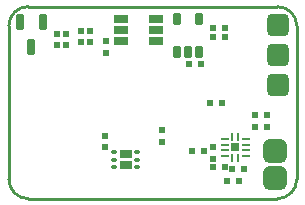
<source format=gbp>
G04*
G04 #@! TF.GenerationSoftware,Altium Limited,Altium Designer,21.3.2 (30)*
G04*
G04 Layer_Color=128*
%FSLAX25Y25*%
%MOIN*%
G70*
G04*
G04 #@! TF.SameCoordinates,A34A3340-7ABE-472C-AE94-605A2DEBF9E2*
G04*
G04*
G04 #@! TF.FilePolarity,Positive*
G04*
G01*
G75*
%ADD12C,0.01000*%
%ADD23R,0.02362X0.02362*%
%ADD24R,0.02756X0.02756*%
%ADD27R,0.02362X0.02362*%
%ADD31R,0.01968X0.02362*%
G04:AMPARAMS|DCode=57|XSize=23.62mil|YSize=39.37mil|CornerRadius=2.01mil|HoleSize=0mil|Usage=FLASHONLY|Rotation=0.000|XOffset=0mil|YOffset=0mil|HoleType=Round|Shape=RoundedRectangle|*
%AMROUNDEDRECTD57*
21,1,0.02362,0.03535,0,0,0.0*
21,1,0.01961,0.03937,0,0,0.0*
1,1,0.00402,0.00980,-0.01768*
1,1,0.00402,-0.00980,-0.01768*
1,1,0.00402,-0.00980,0.01768*
1,1,0.00402,0.00980,0.01768*
%
%ADD57ROUNDEDRECTD57*%
G04:AMPARAMS|DCode=58|XSize=75mil|YSize=75mil|CornerRadius=18.75mil|HoleSize=0mil|Usage=FLASHONLY|Rotation=270.000|XOffset=0mil|YOffset=0mil|HoleType=Round|Shape=RoundedRectangle|*
%AMROUNDEDRECTD58*
21,1,0.07500,0.03750,0,0,270.0*
21,1,0.03750,0.07500,0,0,270.0*
1,1,0.03750,-0.01875,-0.01875*
1,1,0.03750,-0.01875,0.01875*
1,1,0.03750,0.01875,0.01875*
1,1,0.03750,0.01875,-0.01875*
%
%ADD58ROUNDEDRECTD58*%
G04:AMPARAMS|DCode=59|XSize=78.74mil|YSize=78.74mil|CornerRadius=19.68mil|HoleSize=0mil|Usage=FLASHONLY|Rotation=180.000|XOffset=0mil|YOffset=0mil|HoleType=Round|Shape=RoundedRectangle|*
%AMROUNDEDRECTD59*
21,1,0.07874,0.03937,0,0,180.0*
21,1,0.03937,0.07874,0,0,180.0*
1,1,0.03937,-0.01968,0.01968*
1,1,0.03937,0.01968,0.01968*
1,1,0.03937,0.01968,-0.01968*
1,1,0.03937,-0.01968,-0.01968*
%
%ADD59ROUNDEDRECTD59*%
%ADD60R,0.02362X0.01968*%
%ADD61R,0.00984X0.02756*%
%ADD62R,0.02756X0.00984*%
G04:AMPARAMS|DCode=63|XSize=17.72mil|YSize=11.81mil|CornerRadius=1.95mil|HoleSize=0mil|Usage=FLASHONLY|Rotation=180.000|XOffset=0mil|YOffset=0mil|HoleType=Round|Shape=RoundedRectangle|*
%AMROUNDEDRECTD63*
21,1,0.01772,0.00791,0,0,180.0*
21,1,0.01382,0.01181,0,0,180.0*
1,1,0.00390,-0.00691,0.00396*
1,1,0.00390,0.00691,0.00396*
1,1,0.00390,0.00691,-0.00396*
1,1,0.00390,-0.00691,-0.00396*
%
%ADD63ROUNDEDRECTD63*%
G04:AMPARAMS|DCode=65|XSize=51.18mil|YSize=23.62mil|CornerRadius=2.01mil|HoleSize=0mil|Usage=FLASHONLY|Rotation=270.000|XOffset=0mil|YOffset=0mil|HoleType=Round|Shape=RoundedRectangle|*
%AMROUNDEDRECTD65*
21,1,0.05118,0.01961,0,0,270.0*
21,1,0.04717,0.02362,0,0,270.0*
1,1,0.00402,-0.00980,-0.02358*
1,1,0.00402,-0.00980,0.02358*
1,1,0.00402,0.00980,0.02358*
1,1,0.00402,0.00980,-0.02358*
%
%ADD65ROUNDEDRECTD65*%
G04:AMPARAMS|DCode=66|XSize=25.59mil|YSize=47.24mil|CornerRadius=1.92mil|HoleSize=0mil|Usage=FLASHONLY|Rotation=90.000|XOffset=0mil|YOffset=0mil|HoleType=Round|Shape=RoundedRectangle|*
%AMROUNDEDRECTD66*
21,1,0.02559,0.04341,0,0,90.0*
21,1,0.02175,0.04724,0,0,90.0*
1,1,0.00384,0.02170,0.01088*
1,1,0.00384,0.02170,-0.01088*
1,1,0.00384,-0.02170,-0.01088*
1,1,0.00384,-0.02170,0.01088*
%
%ADD66ROUNDEDRECTD66*%
G36*
X40968Y12409D02*
Y12449D01*
X40938Y12521D01*
X40883Y12576D01*
X40811Y12606D01*
X40772D01*
D01*
X37228D01*
X37189D01*
X37117Y12576D01*
X37062Y12521D01*
X37031Y12449D01*
Y12409D01*
D01*
Y10047D01*
Y10008D01*
X37062Y9936D01*
X37117Y9880D01*
X37189Y9850D01*
X37228D01*
D01*
X40772D01*
X40811D01*
X40883Y9880D01*
X40938Y9936D01*
X40968Y10008D01*
Y10047D01*
D01*
Y12409D01*
D02*
G37*
G36*
X37228Y16150D02*
X37189D01*
X37117Y16120D01*
X37062Y16064D01*
X37031Y15992D01*
Y15953D01*
Y15953D01*
Y13590D01*
Y13551D01*
X37062Y13479D01*
X37117Y13424D01*
X37189Y13394D01*
X37228D01*
D01*
X40772D01*
X40811D01*
X40883Y13424D01*
X40938Y13479D01*
X40968Y13551D01*
Y13590D01*
D01*
Y15953D01*
Y15992D01*
X40938Y16064D01*
X40883Y16120D01*
X40811Y16150D01*
X40772D01*
D01*
X37228D01*
D02*
G37*
D12*
X89551Y0D02*
G03*
X96000Y6449I0J6449D01*
G01*
X96005Y57559D02*
G03*
X96000Y57554I0J-5D01*
G01*
X96005Y57559D02*
G03*
X89555Y64008I-6449J0D01*
G01*
X6449Y64000D02*
G03*
X0Y57551I0J-6449D01*
G01*
Y6449D02*
G03*
X6449Y0I6449J0D01*
G01*
X96000Y6449D02*
Y57554D01*
X0Y6449D02*
Y57551D01*
X6449Y0D02*
X89551D01*
X6449Y64000D02*
X89555Y64000D01*
D23*
X82032Y28000D02*
D03*
X85969D02*
D03*
X82000Y24000D02*
D03*
X85937D02*
D03*
X61063Y16000D02*
D03*
X65000D02*
D03*
X68000Y54000D02*
D03*
X71937D02*
D03*
X68000Y57000D02*
D03*
X71937D02*
D03*
X70937Y32000D02*
D03*
X67000D02*
D03*
D24*
X75543Y17047D02*
D03*
D27*
X16000Y51063D02*
D03*
Y55000D02*
D03*
X19000Y51063D02*
D03*
Y55000D02*
D03*
X27000Y56000D02*
D03*
Y52063D02*
D03*
X24000D02*
D03*
Y56000D02*
D03*
D31*
X68000Y10500D02*
D03*
X71937D02*
D03*
X78496Y10031D02*
D03*
X74559D02*
D03*
X60000Y45000D02*
D03*
X63937D02*
D03*
X76600Y6000D02*
D03*
X72663D02*
D03*
D57*
X63440Y59727D02*
D03*
X55960D02*
D03*
Y48900D02*
D03*
X59700D02*
D03*
X63440D02*
D03*
D58*
X89900Y58000D02*
D03*
Y48000D02*
D03*
Y38000D02*
D03*
D59*
X88900Y16000D02*
D03*
Y7000D02*
D03*
D60*
X51000Y22937D02*
D03*
Y19000D02*
D03*
X68100Y13263D02*
D03*
Y17200D02*
D03*
X32520Y52520D02*
D03*
Y48583D02*
D03*
X32000Y21000D02*
D03*
Y17063D02*
D03*
D61*
X74559Y20591D02*
D03*
X76528D02*
D03*
Y13504D02*
D03*
X74559D02*
D03*
D62*
X72000Y20000D02*
D03*
Y18032D02*
D03*
Y16063D02*
D03*
Y14095D02*
D03*
X79087D02*
D03*
Y16063D02*
D03*
Y18032D02*
D03*
Y20000D02*
D03*
D63*
X42839Y15559D02*
D03*
Y13000D02*
D03*
Y10441D02*
D03*
X35161D02*
D03*
Y13000D02*
D03*
Y15559D02*
D03*
D65*
X3820Y58800D02*
D03*
X11300D02*
D03*
X7560Y50532D02*
D03*
D66*
X37386Y60000D02*
D03*
Y56260D02*
D03*
Y52520D02*
D03*
X49000D02*
D03*
Y56260D02*
D03*
Y60000D02*
D03*
M02*

</source>
